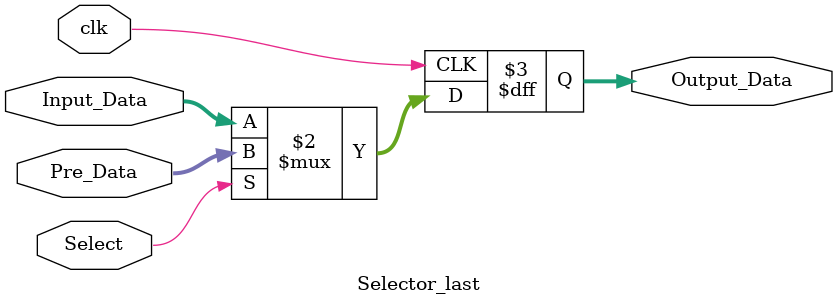
<source format=v>
`timescale 1ns / 1ps
module Selector_last(
	 input [Width:0] Pre_Data,
    input [Width:0] Input_Data,
    input Select,
    output reg [Width:0] Output_Data,
	 input clk
    );
	 
	/*²ÎÊý¶¨Òå*/ 
	parameter Width = 5;
	/*²ÎÊý¶¨Òå*/ 
	
	always@(posedge clk)
	begin
		Output_Data <= (Select) ? Pre_Data : Input_Data;
	end
	

endmodule

</source>
